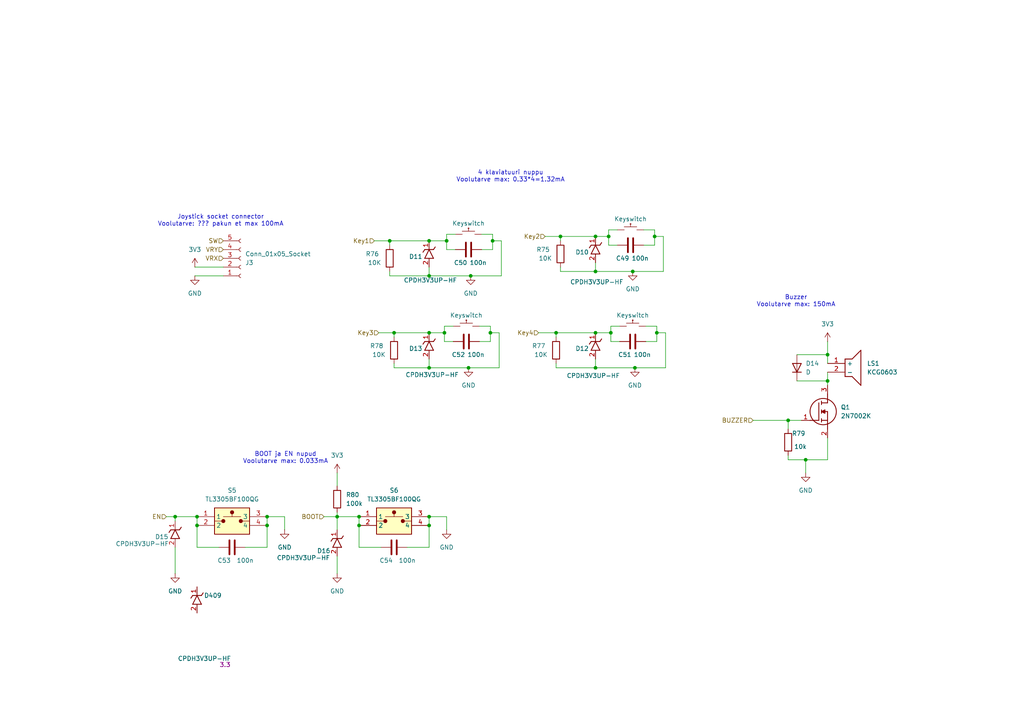
<source format=kicad_sch>
(kicad_sch (version 20250114) (generator "eeschema") (generator_version "9.0")
  (paper "A4")
  (lib_symbols
    (symbol "2N7002K:2N7002K" (pin_names (hide yes))
      (property "Reference" "Q" (at 11.43 3.81 0))
      (property "Value" "2N7002K" (at 11.43 1.27 0))
      (symbol "2N7002K_1_1"
        (polyline (pts (xy 2.54 0) (xy 5.08 0)) (stroke (width 0.254)))
        (polyline (pts (xy 5.08 5.08) (xy 5.08 0)) (stroke (width 0.254)))
        (polyline (pts (xy 5.842 5.588) (xy 5.842 4.572)) (stroke (width 0.254)))
        (polyline (pts (xy 5.842 2.54) (xy 6.858 3.048) (xy 6.858 2.032) (xy 5.842 2.54)) (stroke (width 0.254)) (fill (type outline)))
        (polyline (pts (xy 5.842 2.032) (xy 5.842 3.048)) (stroke (width 0.254)))
        (polyline (pts (xy 5.842 0) (xy 7.62 0)) (stroke (width 0.254)))
        (polyline (pts (xy 5.842 -0.508) (xy 5.842 0.508)) (stroke (width 0.254)))
        (circle (center 6.35 2.54) (radius 3.81) (stroke (width 0.254)))
        (polyline (pts (xy 7.62 5.08) (xy 5.842 5.08)) (stroke (width 0.254)))
        (polyline (pts (xy 7.62 5.08) (xy 7.62 7.62)) (stroke (width 0.254)))
        (polyline (pts (xy 7.62 2.54) (xy 5.842 2.54)) (stroke (width 0.254)))
        (polyline (pts (xy 7.62 2.54) (xy 7.62 -2.54)) (stroke (width 0.254)))
        (pin passive line (at 0 0 0) (length 2.54) (name "G") (number "1"))
        (pin passive line (at 7.62 10.16 270) (length 2.54) (name "D") (number "3"))
        (pin passive line (at 7.62 -5.08 90) (length 2.54) (name "S") (number "2"))
      )
    )
    (symbol "CPDH3V3UP-HF_2" (pin_names (hide yes))
      (property "Reference" "D8" (at 7.62 2.032 90))
      (property "Value" "CPDH3V3UP-HF" (at 20.32 -4.826 90))
      (symbol "CPDH3V3UP-HF_2_1_1"
        (polyline (pts (xy 6.858 1.778) (xy 7.62 1.27)) (stroke (width 0.254)))
        (polyline (pts (xy 7.62 0) (xy 10.16 1.27)) (stroke (width 0.254)))
        (polyline (pts (xy 7.62 -1.27) (xy 7.62 1.27)) (stroke (width 0.254)))
        (polyline (pts (xy 7.62 -1.27) (xy 8.382 -1.778)) (stroke (width 0.254)))
        (polyline (pts (xy 10.16 -1.27) (xy 7.62 0)) (stroke (width 0.254)))
        (polyline (pts (xy 10.16 -1.27) (xy 10.16 1.27)) (stroke (width 0.254)))
        (pin passive line (at 5.08 0 0) (length 2.54) (name "K") (number "1"))
        (pin passive line (at 12.7 0 180) (length 2.54) (name "A") (number "2"))
      )
    )
    (symbol "CPDH3V3UP-HF_6" (pin_names (hide yes))
      (property "Reference" "D15" (at 9.652 -5.842 90))
      (property "Value" "CPDH3V3UP-HF" (at 11.684 -17.272 90))
      (symbol "CPDH3V3UP-HF_6_1_1"
        (polyline (pts (xy 6.858 1.778) (xy 7.62 1.27)) (stroke (width 0.254)))
        (polyline (pts (xy 7.62 0) (xy 10.16 1.27)) (stroke (width 0.254)))
        (polyline (pts (xy 7.62 -1.27) (xy 7.62 1.27)) (stroke (width 0.254)))
        (polyline (pts (xy 7.62 -1.27) (xy 8.382 -1.778)) (stroke (width 0.254)))
        (polyline (pts (xy 10.16 -1.27) (xy 7.62 0)) (stroke (width 0.254)))
        (polyline (pts (xy 10.16 -1.27) (xy 10.16 1.27)) (stroke (width 0.254)))
        (pin passive line (at 5.08 0 0) (length 2.54) (name "K") (number "1"))
        (pin passive line (at 12.7 0 180) (length 2.54) (name "A") (number "2"))
      )
    )
    (symbol "Connector:Conn_01x05_Socket" (pin_names (offset 1.016) (hide yes))
      (property "Reference" "J" (at 0 7.62 0))
      (property "Value" "Conn_01x05_Socket" (at 0 -7.62 0))
      (symbol "Conn_01x05_Socket_1_1"
        (polyline (pts (xy -1.27 5.08) (xy -0.508 5.08)) (stroke (width 0.1524)))
        (polyline (pts (xy -1.27 2.54) (xy -0.508 2.54)) (stroke (width 0.1524)))
        (polyline (pts (xy -1.27 0) (xy -0.508 0)) (stroke (width 0.1524)))
        (polyline (pts (xy -1.27 -2.54) (xy -0.508 -2.54)) (stroke (width 0.1524)))
        (polyline (pts (xy -1.27 -5.08) (xy -0.508 -5.08)) (stroke (width 0.1524)))
        (arc (start 0 4.572) (mid -0.5058 5.08) (end 0 5.588) (stroke (width 0.1524)))
        (arc (start 0 2.032) (mid -0.5058 2.54) (end 0 3.048) (stroke (width 0.1524)))
        (arc (start 0 -0.508) (mid -0.5058 0) (end 0 0.508) (stroke (width 0.1524)))
        (arc (start 0 -3.048) (mid -0.5058 -2.54) (end 0 -2.032) (stroke (width 0.1524)))
        (arc (start 0 -5.588) (mid -0.5058 -5.08) (end 0 -4.572) (stroke (width 0.1524)))
        (pin passive line (at -5.08 5.08 0) (length 3.81) (name "Pin_1") (number "1"))
        (pin passive line (at -5.08 2.54 0) (length 3.81) (name "Pin_2") (number "2"))
        (pin passive line (at -5.08 0 0) (length 3.81) (name "Pin_3") (number "3"))
        (pin passive line (at -5.08 -2.54 0) (length 3.81) (name "Pin_4") (number "4"))
        (pin passive line (at -5.08 -5.08 0) (length 3.81) (name "Pin_5") (number "5"))
      )
    )
    (symbol "Device:C" (pin_numbers (hide yes)) (pin_names (offset 0.254))
      (property "Reference" "C" (at 0.635 2.54 0))
      (property "Value" "C" (at 0.635 -2.54 0))
      (symbol "C_0_1"
        (polyline (pts (xy -2.032 0.762) (xy 2.032 0.762)) (stroke (width 0.508)))
        (polyline (pts (xy -2.032 -0.762) (xy 2.032 -0.762)) (stroke (width 0.508)))
      )
      (symbol "C_1_1"
        (pin passive line (at 0 3.81 270) (length 2.794) (name "~") (number "1"))
        (pin passive line (at 0 -3.81 90) (length 2.794) (name "~") (number "2"))
      )
    )
    (symbol "Device:D" (pin_numbers (hide yes)) (pin_names (offset 1.016) (hide yes))
      (property "Reference" "D" (at 0 2.54 0))
      (property "Value" "D" (at 0 -2.54 0))
      (symbol "D_0_1"
        (polyline (pts (xy -1.27 1.27) (xy -1.27 -1.27)) (stroke (width 0.254)))
        (polyline (pts (xy 1.27 1.27) (xy 1.27 -1.27) (xy -1.27 0) (xy 1.27 1.27)) (stroke (width 0.254)))
        (polyline (pts (xy 1.27 0) (xy -1.27 0)))
      )
      (symbol "D_1_1"
        (pin passive line (at -3.81 0 0) (length 2.54) (name "K") (number "1"))
        (pin passive line (at 3.81 0 180) (length 2.54) (name "A") (number "2"))
      )
    )
    (symbol "Device:R" (pin_numbers (hide yes)) (pin_names (offset 0))
      (property "Reference" "R" (at 2.032 0 90))
      (property "Value" "R" (at 0 0 90))
      (symbol "R_0_1"
        (rectangle (start -1.016 -2.54) (end 1.016 2.54) (stroke (width 0.254)))
      )
      (symbol "R_1_1"
        (pin passive line (at 0 3.81 270) (length 1.27) (name "~") (number "1"))
        (pin passive line (at 0 -3.81 90) (length 1.27) (name "~") (number "2"))
      )
    )
    (symbol "KCG0603:KCG0603"
      (property "Reference" "LS1" (at 11.43 0.0001 0))
      (property "Value" "KCG0603" (at 11.43 -2.5399 0))
      (symbol "KCG0603_1_1"
        (polyline (pts (xy 5.08 1.27) (xy 5.08 -3.81)) (stroke (width 0.254)))
        (polyline (pts (xy 5.08 1.27) (xy 7.112 1.27)) (stroke (width 0.254)))
        (polyline (pts (xy 7.112 -3.81) (xy 5.08 -3.81)) (stroke (width 0.254)))
        (polyline (pts (xy 7.112 -3.81) (xy 9.652 -6.35)) (stroke (width 0.254)))
        (polyline (pts (xy 9.652 3.81) (xy 7.112 1.27)) (stroke (width 0.254)))
        (polyline (pts (xy 9.652 3.81) (xy 9.652 -6.35)) (stroke (width 0.254)))
        (pin bidirectional line (at 0 0 0) (length 5.08) (name "+") (number "1"))
        (pin bidirectional line (at 0 -2.54 0) (length 5.08) (name "-") (number "2"))
      )
    )
    (symbol "Placeholder_Keyswitch_1" (pin_numbers (hide yes)) (pin_names (offset 1.016) (hide yes))
      (property "Value" "Keyswitch" (at 0 3.175 0))
      (symbol "Placeholder_Keyswitch_1_0_1"
        (polyline (pts (xy -1.8428 0.8855) (xy 1.8178 0.8855)))
        (circle (center 0.0045 1.7198) (radius 0.0761))
      )
      (symbol "Placeholder_Keyswitch_1_1_1"
        (polyline (pts (xy -0.0039 0.9026) (xy -0.0039 1.7028)))
        (pin passive line (at -3.81 0 0) (length 2) (name "") (number "1"))
        (pin passive line (at 3.81 0 180) (length 2) (name "") (number "2"))
      )
    )
    (symbol "Placeholder_Keyswitch_2" (pin_numbers (hide yes)) (pin_names (offset 1.016) (hide yes))
      (property "Value" "Keyswitch" (at 0 3.175 0))
      (symbol "Placeholder_Keyswitch_2_0_1"
        (polyline (pts (xy -1.8428 0.8855) (xy 1.8178 0.8855)))
        (circle (center 0.0045 1.7198) (radius 0.0761))
      )
      (symbol "Placeholder_Keyswitch_2_1_1"
        (polyline (pts (xy -0.0039 0.9026) (xy -0.0039 1.7028)))
        (pin passive line (at -3.81 0 0) (length 2) (name "") (number "1"))
        (pin passive line (at 3.81 0 180) (length 2) (name "") (number "2"))
      )
    )
    (symbol "Placeholder_Keyswitch_4" (pin_numbers (hide yes)) (pin_names (offset 1.016) (hide yes))
      (property "Value" "Keyswitch" (at 0 3.175 0))
      (symbol "Placeholder_Keyswitch_4_0_1"
        (polyline (pts (xy -1.8428 0.8855) (xy 1.8178 0.8855)))
        (circle (center 0.0045 1.7198) (radius 0.0761))
      )
      (symbol "Placeholder_Keyswitch_4_1_1"
        (polyline (pts (xy -0.0039 0.9026) (xy -0.0039 1.7028)))
        (pin passive line (at -3.81 0 0) (length 2) (name "") (number "1"))
        (pin passive line (at 3.81 0 180) (length 2) (name "") (number "2"))
      )
    )
    (symbol "Placeholder_Keyswitch_5" (pin_numbers (hide yes)) (pin_names (offset 1.016) (hide yes))
      (property "Value" "Keyswitch" (at 0 3.175 0))
      (symbol "Placeholder_Keyswitch_5_0_1"
        (polyline (pts (xy -1.8428 0.8855) (xy 1.8178 0.8855)))
        (circle (center 0.0045 1.7198) (radius 0.0761))
      )
      (symbol "Placeholder_Keyswitch_5_1_1"
        (polyline (pts (xy -0.0039 0.9026) (xy -0.0039 1.7028)))
        (pin passive line (at -3.81 0 0) (length 2) (name "") (number "1"))
        (pin passive line (at 3.81 0 180) (length 2) (name "") (number "2"))
      )
    )
    (symbol "TL3305BF100QG_1"
      (property "Reference" "S1" (at 10.16 7.62 0))
      (property "Value" "TL3305BF100QG" (at 10.16 5.08 0))
      (symbol "TL3305BF100QG_1_0_1"
        (polyline (pts (xy 5.08 -1.27) (xy 7.62 -1.27)))
        (polyline (pts (xy 7.62 0) (xy 12.7 0)))
        (polyline (pts (xy 10.16 0) (xy 10.16 1.27)))
        (polyline (pts (xy 15.24 -1.27) (xy 12.7 -1.27)))
      )
      (symbol "TL3305BF100QG_1_1_1"
        (rectangle (start 5.08 2.54) (end 15.24 -5.08) (stroke (width 0.254)) (fill (type background)))
        (circle (center 7.62 -1.27) (radius 0.5) (fill (type outline)))
        (circle (center 10.16 1.27) (radius 0.5) (fill (type outline)))
        (circle (center 12.7 -1.27) (radius 0.5) (fill (type outline)))
        (pin bidirectional line (at 0 0 0) (length 5.08) (name "1") (number "1"))
        (pin bidirectional line (at 0 -2.54 0) (length 5.08) (name "2") (number "2"))
        (pin bidirectional line (at 20.32 0 180) (length 5.08) (name "3") (number "3"))
        (pin bidirectional line (at 20.32 -2.54 180) (length 5.08) (name "4") (number "4"))
      )
    )
    (symbol "TL3305BF100QG_2"
      (property "Reference" "S8" (at 10.16 7.62 0))
      (property "Value" "TL3305BF100QG" (at 10.16 5.08 0))
      (symbol "TL3305BF100QG_2_0_1"
        (polyline (pts (xy 5.08 -1.27) (xy 7.62 -1.27)))
        (polyline (pts (xy 7.62 0) (xy 12.7 0)))
        (polyline (pts (xy 10.16 0) (xy 10.16 1.27)))
        (polyline (pts (xy 15.24 -1.27) (xy 12.7 -1.27)))
      )
      (symbol "TL3305BF100QG_2_1_1"
        (rectangle (start 5.08 2.54) (end 15.24 -5.08) (stroke (width 0.254)) (fill (type background)))
        (circle (center 7.62 -1.27) (radius 0.5) (fill (type outline)))
        (circle (center 10.16 1.27) (radius 0.5) (fill (type outline)))
        (circle (center 12.7 -1.27) (radius 0.5) (fill (type outline)))
        (pin bidirectional line (at 0 0 0) (length 5.08) (name "1") (number "1"))
        (pin bidirectional line (at 0 -2.54 0) (length 5.08) (name "2") (number "2"))
        (pin bidirectional line (at 20.32 0 180) (length 5.08) (name "3") (number "3"))
        (pin bidirectional line (at 20.32 -2.54 180) (length 5.08) (name "4") (number "4"))
      )
    )
    (symbol "power:GND" (power) (pin_numbers (hide yes)) (pin_names (offset 0) (hide yes))
      (property "Value" "GND" (at 0 -3.81 0))
      (symbol "GND_0_1"
        (polyline (pts (xy 0 0) (xy 0 -1.27) (xy 1.27 -1.27) (xy 0 -2.54) (xy -1.27 -1.27) (xy 0 -1.27)))
      )
      (symbol "GND_1_1"
        (pin power_in line (at 0 0 270) (length 0) (name "~") (number "1"))
      )
    )
    (symbol "power:VCC" (power) (pin_numbers (hide yes)) (pin_names (offset 0) (hide yes))
      (property "Value" "VCC" (at 0 3.556 0))
      (symbol "VCC_0_1"
        (polyline (pts (xy -0.762 1.27) (xy 0 2.54)))
        (polyline (pts (xy 0 2.54) (xy 0.762 1.27)))
        (polyline (pts (xy 0 0) (xy 0 2.54)))
      )
      (symbol "VCC_1_1"
        (pin power_in line (at 0 0 90) (length 0) (name "~") (number "1"))
      )
    )
  )
  (text "Buzzer\nVoolutarve max: 150mA" (at 230.886 87.376 0) (effects (font (size 1.27 1.27))))
  (text "4 klaviatuuri nuppu\nVoolutarve max: 0.33*4=1.32mA" (at 148.082 51.181 0) (effects (font (size 1.27 1.27))))
  (text "Joystick socket connector\nVoolutarve: ??? pakun et max 100mA" (at 64.008 64.008 0) (effects (font (size 1.27 1.27))))
  (text "BOOT ja EN nupud\nVoolutarve max: 0.033mA" (at 82.804 132.842 0) (effects (font (size 1.27 1.27))))
  (junction (at 124.46 152.4))
  (junction (at 161.29 96.52))
  (junction (at 128.905 96.52))
  (junction (at 162.56 68.58))
  (junction (at 97.79 149.86))
  (junction (at 172.72 68.58))
  (junction (at 104.14 149.86))
  (junction (at 124.46 80.01))
  (junction (at 129.54 69.85))
  (junction (at 124.46 106.68))
  (junction (at 189.865 68.58))
  (junction (at 183.515 78.74))
  (junction (at 113.03 69.85))
  (junction (at 240.03 102.87))
  (junction (at 172.72 106.68))
  (junction (at 124.46 96.52))
  (junction (at 142.875 69.85))
  (junction (at 57.15 149.86))
  (junction (at 142.24 96.52))
  (junction (at 77.47 152.4))
  (junction (at 172.72 96.52))
  (junction (at 177.165 96.52))
  (junction (at 233.68 133.35))
  (junction (at 184.15 106.68))
  (junction (at 228.6 121.92))
  (junction (at 124.46 69.85))
  (junction (at 114.3 96.52))
  (junction (at 172.72 78.74))
  (junction (at 124.46 149.86))
  (junction (at 190.5 96.52))
  (junction (at 135.89 106.68))
  (junction (at 136.525 80.01))
  (junction (at 77.47 149.86))
  (junction (at 176.53 68.58))
  (junction (at 50.8 149.86))
  (junction (at 104.14 152.4))
  (junction (at 240.03 110.49))
  (junction (at 57.15 152.4))
  (wire (pts (xy 189.865 68.58) (xy 192.405 68.58)))
  (wire (pts (xy 124.46 77.47) (xy 124.46 80.01)))
  (wire (pts (xy 56.515 77.47) (xy 64.77 77.47)))
  (wire (pts (xy 142.24 96.52) (xy 144.78 96.52)))
  (wire (pts (xy 56.515 80.01) (xy 64.77 80.01)))
  (wire (pts (xy 218.44 121.92) (xy 228.6 121.92)))
  (wire (pts (xy 190.5 99.06) (xy 187.325 99.06)))
  (wire (pts (xy 162.56 77.47) (xy 162.56 78.74)))
  (wire (pts (xy 240.03 110.49) (xy 240.03 111.76)))
  (wire (pts (xy 176.53 68.58) (xy 176.53 66.675)))
  (wire (pts (xy 48.26 149.86) (xy 50.8 149.86)))
  (wire (pts (xy 176.53 71.12) (xy 179.07 71.12)))
  (wire (pts (xy 158.115 68.58) (xy 162.56 68.58)))
  (wire (pts (xy 142.875 72.39) (xy 139.7 72.39)))
  (wire (pts (xy 129.54 153.67) (xy 129.54 149.86)))
  (wire (pts (xy 50.8 158.75) (xy 50.8 166.37)))
  (wire (pts (xy 142.875 69.85) (xy 142.875 72.39)))
  (wire (pts (xy 109.855 96.52) (xy 114.3 96.52)))
  (wire (pts (xy 139.065 94.615) (xy 142.24 94.615)))
  (wire (pts (xy 172.72 104.14) (xy 172.72 106.68)))
  (wire (pts (xy 139.7 67.945) (xy 142.875 67.945)))
  (wire (pts (xy 145.415 69.85) (xy 145.415 80.01)))
  (wire (pts (xy 233.68 137.16) (xy 233.68 133.35)))
  (wire (pts (xy 113.03 80.01) (xy 124.46 80.01)))
  (wire (pts (xy 162.56 78.74) (xy 172.72 78.74)))
  (wire (pts (xy 114.3 105.41) (xy 114.3 106.68)))
  (wire (pts (xy 190.5 94.615) (xy 190.5 96.52)))
  (wire (pts (xy 113.03 69.85) (xy 124.46 69.85)))
  (wire (pts (xy 129.54 67.945) (xy 132.08 67.945)))
  (wire (pts (xy 129.54 72.39) (xy 132.08 72.39)))
  (wire (pts (xy 161.29 96.52) (xy 172.72 96.52)))
  (wire (pts (xy 128.905 96.52) (xy 128.905 94.615)))
  (wire (pts (xy 77.47 152.4) (xy 77.47 149.86)))
  (wire (pts (xy 50.8 149.86) (xy 57.15 149.86)))
  (wire (pts (xy 136.525 80.01) (xy 145.415 80.01)))
  (wire (pts (xy 113.03 69.85) (xy 113.03 71.12)))
  (wire (pts (xy 124.46 106.68) (xy 135.89 106.68)))
  (wire (pts (xy 177.165 96.52) (xy 177.165 99.06)))
  (wire (pts (xy 228.6 121.92) (xy 232.41 121.92)))
  (wire (pts (xy 128.905 96.52) (xy 128.905 99.06)))
  (wire (pts (xy 104.14 152.4) (xy 104.14 158.75)))
  (wire (pts (xy 172.72 76.2) (xy 172.72 78.74)))
  (wire (pts (xy 161.29 96.52) (xy 161.29 97.79)))
  (wire (pts (xy 177.165 96.52) (xy 177.165 94.615)))
  (wire (pts (xy 124.46 80.01) (xy 136.525 80.01)))
  (wire (pts (xy 189.865 68.58) (xy 189.865 71.12)))
  (wire (pts (xy 162.56 68.58) (xy 162.56 69.85)))
  (wire (pts (xy 124.46 96.52) (xy 128.905 96.52)))
  (wire (pts (xy 192.405 68.58) (xy 192.405 78.74)))
  (wire (pts (xy 50.8 149.86) (xy 50.8 151.13)))
  (wire (pts (xy 228.6 121.92) (xy 228.6 124.46)))
  (wire (pts (xy 77.47 158.75) (xy 77.47 152.4)))
  (wire (pts (xy 177.165 94.615) (xy 179.705 94.615)))
  (wire (pts (xy 57.15 152.4) (xy 57.15 158.75)))
  (wire (pts (xy 186.69 66.675) (xy 189.865 66.675)))
  (wire (pts (xy 190.5 96.52) (xy 193.04 96.52)))
  (wire (pts (xy 187.325 94.615) (xy 190.5 94.615)))
  (wire (pts (xy 240.03 99.06) (xy 240.03 102.87)))
  (wire (pts (xy 97.79 149.86) (xy 97.79 153.67)))
  (wire (pts (xy 142.24 94.615) (xy 142.24 96.52)))
  (wire (pts (xy 104.14 158.75) (xy 110.49 158.75)))
  (wire (pts (xy 57.15 158.75) (xy 63.5 158.75)))
  (wire (pts (xy 129.54 69.85) (xy 129.54 72.39)))
  (wire (pts (xy 172.72 68.58) (xy 176.53 68.58)))
  (wire (pts (xy 228.6 133.35) (xy 233.68 133.35)))
  (wire (pts (xy 118.11 158.75) (xy 124.46 158.75)))
  (wire (pts (xy 142.875 67.945) (xy 142.875 69.85)))
  (wire (pts (xy 114.3 96.52) (xy 124.46 96.52)))
  (wire (pts (xy 97.79 161.29) (xy 97.79 166.37)))
  (wire (pts (xy 156.21 96.52) (xy 161.29 96.52)))
  (wire (pts (xy 135.89 106.68) (xy 144.78 106.68)))
  (wire (pts (xy 77.47 149.86) (xy 82.55 149.86)))
  (wire (pts (xy 172.72 78.74) (xy 183.515 78.74)))
  (wire (pts (xy 124.46 69.85) (xy 129.54 69.85)))
  (wire (pts (xy 240.03 107.95) (xy 240.03 110.49)))
  (wire (pts (xy 172.72 106.68) (xy 184.15 106.68)))
  (wire (pts (xy 97.79 137.16) (xy 97.79 140.97)))
  (wire (pts (xy 193.04 96.52) (xy 193.04 106.68)))
  (wire (pts (xy 176.53 68.58) (xy 176.53 71.12)))
  (wire (pts (xy 57.15 149.86) (xy 57.15 152.4)))
  (wire (pts (xy 231.14 110.49) (xy 240.03 110.49)))
  (wire (pts (xy 97.79 148.59) (xy 97.79 149.86)))
  (wire (pts (xy 128.905 99.06) (xy 131.445 99.06)))
  (wire (pts (xy 124.46 152.4) (xy 124.46 158.75)))
  (wire (pts (xy 129.54 149.86) (xy 124.46 149.86)))
  (wire (pts (xy 97.79 149.86) (xy 104.14 149.86)))
  (wire (pts (xy 172.72 96.52) (xy 177.165 96.52)))
  (wire (pts (xy 113.03 78.74) (xy 113.03 80.01)))
  (wire (pts (xy 144.78 96.52) (xy 144.78 106.68)))
  (wire (pts (xy 233.68 133.35) (xy 240.03 133.35)))
  (wire (pts (xy 104.14 149.86) (xy 104.14 152.4)))
  (wire (pts (xy 142.24 99.06) (xy 139.065 99.06)))
  (wire (pts (xy 228.6 132.08) (xy 228.6 133.35)))
  (wire (pts (xy 108.585 69.85) (xy 113.03 69.85)))
  (wire (pts (xy 161.29 105.41) (xy 161.29 106.68)))
  (wire (pts (xy 231.14 102.87) (xy 240.03 102.87)))
  (wire (pts (xy 240.03 133.35) (xy 240.03 127)))
  (wire (pts (xy 82.55 149.86) (xy 82.55 153.67)))
  (wire (pts (xy 183.515 78.74) (xy 192.405 78.74)))
  (wire (pts (xy 161.29 106.68) (xy 172.72 106.68)))
  (wire (pts (xy 184.15 106.68) (xy 193.04 106.68)))
  (wire (pts (xy 128.905 94.615) (xy 131.445 94.615)))
  (wire (pts (xy 190.5 96.52) (xy 190.5 99.06)))
  (wire (pts (xy 124.46 104.14) (xy 124.46 106.68)))
  (wire (pts (xy 93.98 149.86) (xy 97.79 149.86)))
  (wire (pts (xy 71.12 158.75) (xy 77.47 158.75)))
  (wire (pts (xy 142.875 69.85) (xy 145.415 69.85)))
  (wire (pts (xy 162.56 68.58) (xy 172.72 68.58)))
  (wire (pts (xy 114.3 96.52) (xy 114.3 97.79)))
  (wire (pts (xy 177.165 99.06) (xy 179.705 99.06)))
  (wire (pts (xy 114.3 106.68) (xy 124.46 106.68)))
  (wire (pts (xy 129.54 69.85) (xy 129.54 67.945)))
  (wire (pts (xy 240.03 102.87) (xy 240.03 105.41)))
  (wire (pts (xy 142.24 96.52) (xy 142.24 99.06)))
  (wire (pts (xy 189.865 71.12) (xy 186.69 71.12)))
  (wire (pts (xy 189.865 66.675) (xy 189.865 68.58)))
  (wire (pts (xy 124.46 149.86) (xy 124.46 152.4)))
  (wire (pts (xy 176.53 66.675) (xy 179.07 66.675)))
  (hierarchical_label "SW" (shape input) (at 64.77 69.85 180))
  (hierarchical_label "BOOT" (shape input) (at 93.98 149.86 180))
  (hierarchical_label "Key3" (shape input) (at 109.855 96.52 180))
  (hierarchical_label "Key4" (shape input) (at 156.21 96.52 180))
  (hierarchical_label "Key2" (shape input) (at 158.115 68.58 180))
  (hierarchical_label "VRX" (shape input) (at 64.77 74.93 180))
  (hierarchical_label "VRY" (shape input) (at 64.77 72.39 180))
  (hierarchical_label "BUZZER" (shape input) (at 218.44 121.92 180))
  (hierarchical_label "Key1" (shape input) (at 108.585 69.85 180))
  (hierarchical_label "EN" (shape input) (at 48.26 149.86 180))
  (symbol (lib_id "power:GND") (at 184.15 106.68 0) (unit 1)
    (property "Reference" "#PWR0138" (effects (hide yes)))
    (property "Value" "GND" (at 184.15 111.76 0))
    (property "Description" "Power symbol creates a global label with name \"GND\" , ground" (effects (hide yes)))
  )
  (symbol (lib_name "Placeholder_Keyswitch_1") (lib_id "ScottoKeebs:Placeholder_Keyswitch") (at 135.255 94.615 0) (unit 1)
    (property "Reference" "S4" (effects (hide yes)))
    (property "Value" "Keyswitch" (at 135.255 91.44 0))
    (property "Footprint" "Button_Switch_Keyboard:SW_Cherry_MX_1.00u_PCB" (effects (hide yes)))
    (property "Description" "Push button switch, normally open, two pins, 45° tilted" (effects (hide yes)))
  )
  (symbol (lib_name "CPDH3V3UP-HF_6") (lib_id "CPDH3V3UP-HF:CPDH3V3UP-HF") (at 97.79 148.59 270) (unit 1)
    (property "Reference" "D16" (at 91.948 159.766 90) (effects (justify left)))
    (property "Value" "CPDH3V3UP-HF" (at 80.264 161.798 90) (effects (justify left)))
    (property "Footprint" "Diode_SMD:D_SOD-523" (effects (hide yes)))
    (property "Datasheet" "https://datasheet.datasheetarchive.com/originals/distributors/Datasheets-DGA26/1842371.pdf" (effects (hide yes)))
    (property "Description" "ESD Suppressors / TVS Diodes 5.5V, 15Kv" (effects (hide yes)))
    (property "Height" "0.77" (effects (hide yes)))
    (property "Mouser Part Number" "750-CPDH3V3UP-HF" (effects (hide yes)))
    (property "Mouser Price/Stock" "https://www.mouser.co.uk/ProductDetail/Comchip-Technology/CPDH3V3UP-HF?qs=XEIV%2Fho1H6em2DT135enQw%3D%3D" (effects (hide yes)))
    (property "Manufacturer_Name" "Comchip Technology" (effects (hide yes)))
    (property "Manufacturer_Part_Number" "CPDH3V3UP-HF" (effects (hide yes)))
  )
  (symbol (lib_id "Connector:Conn_01x05_Socket") (at 69.85 74.93 0) (mirror x) (unit 1)
    (property "Reference" "J3" (at 71.12 76.2001 0) (effects (justify left)))
    (property "Value" "Conn_01x05_Socket" (at 71.12 73.6601 0) (effects (justify left)))
    (property "Footprint" "Connector_PinSocket_2.54mm:PinSocket_1x05_P2.54mm_Horizontal" (effects (hide yes)))
    (property "Description" "Generic connector, single row, 01x05, script generated" (effects (hide yes)))
  )
  (symbol (lib_name "CPDH3V3UP-HF_6") (lib_id "CPDH3V3UP-HF:CPDH3V3UP-HF") (at 124.46 64.77 270) (unit 1)
    (property "Reference" "D11" (at 118.618 74.422 90) (effects (justify left)))
    (property "Value" "CPDH3V3UP-HF" (at 117.094 81.28 90) (effects (justify left)))
    (property "Footprint" "Diode_SMD:D_SOD-523" (effects (hide yes)))
    (property "Datasheet" "https://datasheet.datasheetarchive.com/originals/distributors/Datasheets-DGA26/1842371.pdf" (effects (hide yes)))
    (property "Description" "ESD Suppressors / TVS Diodes 5.5V, 15Kv" (effects (hide yes)))
    (property "Height" "0.77" (effects (hide yes)))
    (property "Mouser Part Number" "750-CPDH3V3UP-HF" (effects (hide yes)))
    (property "Mouser Price/Stock" "https://www.mouser.co.uk/ProductDetail/Comchip-Technology/CPDH3V3UP-HF?qs=XEIV%2Fho1H6em2DT135enQw%3D%3D" (effects (hide yes)))
    (property "Manufacturer_Name" "Comchip Technology" (effects (hide yes)))
    (property "Manufacturer_Part_Number" "CPDH3V3UP-HF" (effects (hide yes)))
  )
  (symbol (lib_id "power:GND") (at 97.79 166.37 0) (unit 1)
    (property "Reference" "#PWR0139" (effects (hide yes)))
    (property "Value" "GND" (at 97.79 171.45 0))
    (property "Description" "Power symbol creates a global label with name \"GND\" , ground" (effects (hide yes)))
  )
  (symbol (lib_id "power:GND") (at 136.525 80.01 0) (unit 1)
    (property "Reference" "#PWR0142" (effects (hide yes)))
    (property "Value" "GND" (at 136.525 85.09 0))
    (property "Description" "Power symbol creates a global label with name \"GND\" , ground" (effects (hide yes)))
  )
  (symbol (lib_id "Device:C") (at 182.88 71.12 90) (unit 1)
    (property "Reference" "C49" (at 180.594 74.93 90))
    (property "Value" "100n" (at 185.674 74.93 90))
    (property "Footprint" "Capacitor_SMD:C_0603_1608Metric_Pad1.08x0.95mm_HandSolder" (effects (hide yes)))
    (property "Description" "Unpolarized capacitor" (effects (hide yes)))
  )
  (symbol (lib_name "CPDH3V3UP-HF_6") (lib_id "CPDH3V3UP-HF:CPDH3V3UP-HF") (at 124.46 91.44 270) (unit 1)
    (property "Reference" "D13" (at 118.618 101.092 90) (effects (justify left)))
    (property "Value" "CPDH3V3UP-HF" (at 117.602 108.712 90) (effects (justify left)))
    (property "Footprint" "Diode_SMD:D_SOD-523" (effects (hide yes)))
    (property "Datasheet" "https://datasheet.datasheetarchive.com/originals/distributors/Datasheets-DGA26/1842371.pdf" (effects (hide yes)))
    (property "Description" "ESD Suppressors / TVS Diodes 5.5V, 15Kv" (effects (hide yes)))
    (property "Height" "0.77" (effects (hide yes)))
    (property "Mouser Part Number" "750-CPDH3V3UP-HF" (effects (hide yes)))
    (property "Mouser Price/Stock" "https://www.mouser.co.uk/ProductDetail/Comchip-Technology/CPDH3V3UP-HF?qs=XEIV%2Fho1H6em2DT135enQw%3D%3D" (effects (hide yes)))
    (property "Manufacturer_Name" "Comchip Technology" (effects (hide yes)))
    (property "Manufacturer_Part_Number" "CPDH3V3UP-HF" (effects (hide yes)))
  )
  (symbol (lib_id "Device:R") (at 113.03 74.93 0) (unit 1)
    (property "Reference" "R76" (at 106.045 73.66 0) (effects (justify left)))
    (property "Value" "10K" (at 106.68 76.2 0) (effects (justify left)))
    (property "Footprint" "Resistor_SMD:R_0603_1608Metric_Pad0.98x0.95mm_HandSolder" (effects (hide yes)))
    (property "Description" "Resistor" (effects (hide yes)))
  )
  (symbol (lib_id "power:VCC") (at 97.79 137.16 0) (unit 1)
    (property "Reference" "#PWR0132" (effects (hide yes)))
    (property "Value" "3V3" (at 97.79 132.08 0))
    (property "Description" "Power symbol creates a global label with name \"VCC\"" (effects (hide yes)))
  )
  (symbol (lib_id "Device:R") (at 97.79 144.78 0) (unit 1)
    (property "Reference" "R80" (at 100.33 143.5099 0) (effects (justify left)))
    (property "Value" "100k" (at 100.33 146.0499 0) (effects (justify left)))
    (property "Footprint" "Resistor_SMD:R_0603_1608Metric_Pad0.98x0.95mm_HandSolder" (effects (hide yes)))
    (property "Description" "Resistor" (effects (hide yes)))
  )
  (symbol (lib_id "Device:C") (at 114.3 158.75 90) (unit 1)
    (property "Reference" "C54" (at 112.014 162.56 90))
    (property "Value" "100n" (at 118.11 162.56 90))
    (property "Footprint" "Capacitor_SMD:C_0603_1608Metric_Pad1.08x0.95mm_HandSolder" (effects (hide yes)))
    (property "Description" "Unpolarized capacitor" (effects (hide yes)))
  )
  (symbol (lib_id "Device:C") (at 135.255 99.06 90) (unit 1)
    (property "Reference" "C52" (at 132.969 102.87 90))
    (property "Value" "100n" (at 138.049 102.87 90))
    (property "Footprint" "Capacitor_SMD:C_0603_1608Metric_Pad1.08x0.95mm_HandSolder" (effects (hide yes)))
    (property "Description" "Unpolarized capacitor" (effects (hide yes)))
  )
  (symbol (lib_id "2N7002K:2N7002K") (at 232.41 121.92 0) (unit 1)
    (property "Reference" "Q1" (at 243.84 118.1099 0) (effects (justify left)))
    (property "Value" "2N7002K" (at 243.84 120.6499 0) (effects (justify left)))
    (property "Footprint" "SOT95P240X120-3N:SOT95P240X120-3N" (effects (hide yes)))
    (property "Datasheet" "https://www.onsemi.com/pub/Collateral/2N7002K-FSC-D.PDF" (effects (hide yes)))
    (property "Description" "Low RDS(on); Surface Mount Package; This is a Pb-Free Device; ESD Protected; RoHS Compliant" (effects (hide yes)))
    (property "Height" "1.2" (effects (hide yes)))
    (property "Mouser Part Number" "512-2N7002K" (effects (hide yes)))
    (property "Mouser Price/Stock" "https://www.mouser.co.uk/ProductDetail/onsemi-Fairchild/2N7002K?qs=iS%252BvaFGfLorx0keKeEIrfg%3D%3D" (effects (hide yes)))
    (property "Manufacturer_Name" "onsemi" (effects (hide yes)))
    (property "Manufacturer_Part_Number" "2N7002K" (effects (hide yes)))
  )
  (symbol (lib_id "power:GND") (at 82.55 153.67 0) (unit 1)
    (property "Reference" "#PWR0129" (effects (hide yes)))
    (property "Value" "GND" (at 82.55 158.75 0))
    (property "Description" "Power symbol creates a global label with name \"GND\" , ground" (effects (hide yes)))
  )
  (symbol (lib_id "power:VCC") (at 240.03 99.06 0) (unit 1)
    (property "Reference" "#PWR0133" (effects (hide yes)))
    (property "Value" "3V3" (at 240.03 93.98 0))
    (property "Description" "Power symbol creates a global label with name \"VCC\"" (effects (hide yes)))
  )
  (symbol (lib_name "Placeholder_Keyswitch_2") (lib_id "ScottoKeebs:Placeholder_Keyswitch") (at 183.515 94.615 0) (unit 1)
    (property "Reference" "S3" (effects (hide yes)))
    (property "Value" "Keyswitch" (at 183.515 91.44 0))
    (property "Footprint" "Button_Switch_Keyboard:SW_Cherry_MX_1.00u_PCB" (effects (hide yes)))
    (property "Description" "Push button switch, normally open, two pins, 45° tilted" (effects (hide yes)))
  )
  (symbol (lib_name "TL3305BF100QG_1") (lib_id "TL3305BF100QG:TL3305BF100QG") (at 57.15 149.86 0) (unit 1)
    (property "Reference" "S5" (at 67.31 142.24 0))
    (property "Value" "TL3305BF100QG" (at 67.31 144.78 0))
    (property "Footprint" "TL3305BF160QG:TL3305BF160QG" (effects (hide yes)))
    (property "Datasheet" "https://configured-product-images.s3.amazonaws.com/2D/specs/TL3305BF100QG.pdf" (effects (hide yes)))
    (property "Description" "TACT, 50mA, 12VDC SPST-NO, Off-(On) Surface Mount" (effects (hide yes)))
    (property "Mouser Part Number" "612-TL3305BF100QG" (effects (hide yes)))
    (property "Mouser Price/Stock" "https://www.mouser.co.uk/ProductDetail/E-Switch/TL3305BF100QG?qs=IKkN%2F947nfDIPwqPQja%252BvQ%3D%3D" (effects (hide yes)))
    (property "Manufacturer_Name" "E-Switch" (effects (hide yes)))
    (property "Manufacturer_Part_Number" "TL3305BF100QG" (effects (hide yes)))
  )
  (symbol (lib_name "CPDH3V3UP-HF_2") (lib_id "CPDH3V3UP-HF:CPDH3V3UP-HF") (at 57.15 165.1 270) (unit 1)
    (property "Reference" "D409" (at 59.182 172.72 90) (effects (justify left)))
    (property "Value" "CPDH3V3UP-HF" (at 51.562 191.008 90) (effects (justify left)))
    (property "Footprint" "Diode_SMD:D_SOD-523" (effects (hide yes)))
    (property "Datasheet" "https://datasheet.datasheetarchive.com/originals/distributors/Datasheets-DGA26/1842371.pdf" (effects (hide yes)))
    (property "Description" "ESD Suppressors / TVS Diodes 5.5V, 15Kv" (effects (hide yes)))
    (property "Height" "0.77" (effects (hide yes)))
    (property "Mouser Part Number" "750-CPDH3V3UP-HF" (effects (hide yes)))
    (property "Mouser Price/Stock" "https://www.mouser.co.uk/ProductDetail/Comchip-Technology/CPDH3V3UP-HF?qs=XEIV%2Fho1H6em2DT135enQw%3D%3D" (effects (hide yes)))
    (property "Manufacturer_Name" "Comchip Technology" (effects (hide yes)))
    (property "Manufacturer_Part_Number" "CPDH3V3UP-HF" (effects (hide yes)))
    (property "Voltage" "3.3" (at 65.278 192.786 90))
  )
  (symbol (lib_id "power:VCC") (at 56.515 77.47 0) (unit 1)
    (property "Reference" "#PWR0131" (effects (hide yes)))
    (property "Value" "3V3" (at 56.515 72.39 0))
    (property "Description" "Power symbol creates a global label with name \"VCC\"" (effects (hide yes)))
  )
  (symbol (lib_id "power:GND") (at 233.68 137.16 0) (unit 1)
    (property "Reference" "#PWR0134" (effects (hide yes)))
    (property "Value" "GND" (at 233.68 142.24 0))
    (property "Description" "Power symbol creates a global label with name \"GND\" , ground" (effects (hide yes)))
  )
  (symbol (lib_id "Device:C") (at 183.515 99.06 90) (unit 1)
    (property "Reference" "C51" (at 181.229 102.87 90))
    (property "Value" "100n" (at 186.309 102.87 90))
    (property "Footprint" "Capacitor_SMD:C_0603_1608Metric_Pad1.08x0.95mm_HandSolder" (effects (hide yes)))
    (property "Description" "Unpolarized capacitor" (effects (hide yes)))
  )
  (symbol (lib_name "CPDH3V3UP-HF_6") (lib_id "CPDH3V3UP-HF:CPDH3V3UP-HF") (at 172.72 63.5 270) (unit 1)
    (property "Reference" "D10" (at 166.878 73.152 90) (effects (justify left)))
    (property "Value" "CPDH3V3UP-HF" (at 165.354 81.788 90) (effects (justify left)))
    (property "Footprint" "Diode_SMD:D_SOD-523" (effects (hide yes)))
    (property "Datasheet" "https://datasheet.datasheetarchive.com/originals/distributors/Datasheets-DGA26/1842371.pdf" (effects (hide yes)))
    (property "Description" "ESD Suppressors / TVS Diodes 5.5V, 15Kv" (effects (hide yes)))
    (property "Height" "0.77" (effects (hide yes)))
    (property "Mouser Part Number" "750-CPDH3V3UP-HF" (effects (hide yes)))
    (property "Mouser Price/Stock" "https://www.mouser.co.uk/ProductDetail/Comchip-Technology/CPDH3V3UP-HF?qs=XEIV%2Fho1H6em2DT135enQw%3D%3D" (effects (hide yes)))
    (property "Manufacturer_Name" "Comchip Technology" (effects (hide yes)))
    (property "Manufacturer_Part_Number" "CPDH3V3UP-HF" (effects (hide yes)))
  )
  (symbol (lib_id "Device:C") (at 67.31 158.75 90) (unit 1)
    (property "Reference" "C53" (at 65.024 162.56 90))
    (property "Value" "100n" (at 71.12 162.56 90))
    (property "Footprint" "Capacitor_SMD:C_0603_1608Metric_Pad1.08x0.95mm_HandSolder" (effects (hide yes)))
    (property "Description" "Unpolarized capacitor" (effects (hide yes)))
  )
  (symbol (lib_id "power:GND") (at 50.8 166.37 0) (unit 1)
    (property "Reference" "#PWR0140" (effects (hide yes)))
    (property "Value" "GND" (at 50.8 171.45 0))
    (property "Description" "Power symbol creates a global label with name \"GND\" , ground" (effects (hide yes)))
  )
  (symbol (lib_id "Device:C") (at 135.89 72.39 90) (unit 1)
    (property "Reference" "C50" (at 133.604 76.2 90))
    (property "Value" "100n" (at 138.684 76.2 90))
    (property "Footprint" "Capacitor_SMD:C_0603_1608Metric_Pad1.08x0.95mm_HandSolder" (effects (hide yes)))
    (property "Description" "Unpolarized capacitor" (effects (hide yes)))
  )
  (symbol (lib_id "Device:R") (at 228.6 128.27 180) (unit 1)
    (property "Reference" "R79" (at 231.648 125.73 0))
    (property "Value" "10k" (at 232.156 129.54 0))
    (property "Footprint" "Resistor_SMD:R_0603_1608Metric_Pad0.98x0.95mm_HandSolder" (effects (hide yes)))
    (property "Description" "Resistor" (effects (hide yes)))
  )
  (symbol (lib_name "Placeholder_Keyswitch_4") (lib_id "ScottoKeebs:Placeholder_Keyswitch") (at 135.89 67.945 0) (unit 1)
    (property "Reference" "S2" (effects (hide yes)))
    (property "Value" "Keyswitch" (at 135.89 64.77 0))
    (property "Footprint" "Button_Switch_Keyboard:SW_Cherry_MX_1.00u_PCB" (effects (hide yes)))
    (property "Description" "Push button switch, normally open, two pins, 45° tilted" (effects (hide yes)))
  )
  (symbol (lib_id "power:GND") (at 135.89 106.68 0) (unit 1)
    (property "Reference" "#PWR0136" (effects (hide yes)))
    (property "Value" "GND" (at 135.89 111.76 0))
    (property "Description" "Power symbol creates a global label with name \"GND\" , ground" (effects (hide yes)))
  )
  (symbol (lib_id "Device:R") (at 161.29 101.6 0) (unit 1)
    (property "Reference" "R77" (at 154.305 100.33 0) (effects (justify left)))
    (property "Value" "10K" (at 154.94 102.87 0) (effects (justify left)))
    (property "Footprint" "Resistor_SMD:R_0603_1608Metric_Pad0.98x0.95mm_HandSolder" (effects (hide yes)))
    (property "Description" "Resistor" (effects (hide yes)))
  )
  (symbol (lib_id "Device:D") (at 231.14 106.68 90) (unit 1)
    (property "Reference" "D14" (at 233.68 105.4099 90) (effects (justify right)))
    (property "Value" "D" (at 233.68 107.9499 90) (effects (justify right)))
    (property "Footprint" "SOD-123FL:SOD-123FL" (effects (hide yes)))
    (property "Datasheet" "https://diotec.com/request/datasheet/sl1a.pdf" (effects (hide yes)))
    (property "Description" "SL1D" (effects (hide yes)))
    (property "Sim.Device" "D" (effects (hide yes)))
    (property "Sim.Pins" "1=K 2=A" (effects (hide yes)))
  )
  (symbol (lib_id "power:GND") (at 129.54 153.67 0) (unit 1)
    (property "Reference" "#PWR09" (effects (hide yes)))
    (property "Value" "GND" (at 129.54 158.75 0))
    (property "Description" "Power symbol creates a global label with name \"GND\" , ground" (effects (hide yes)))
  )
  (symbol (lib_id "KCG0603:KCG0603") (at 240.03 105.41 0) (unit 1)
    (property "Reference" "LS1" (at 251.46 105.4099 0) (effects (justify left)))
    (property "Value" "KCG0603" (at 251.46 107.9499 0) (effects (justify left)))
    (property "Footprint" "KCG0603:KCG0603" (effects (hide yes)))
    (property "Datasheet" "https://componentsearchengine.com/Datasheets/2/KCG0603.pdf" (effects (hide yes)))
    (property "Description" "Kingstate 4V PCB Mount Electromagnetic Buzzer, 80dB" (effects (hide yes)))
    (property "Height" "3.5" (effects (hide yes)))
    (property "Manufacturer_Name" "KINGSTATE" (effects (hide yes)))
    (property "Manufacturer_Part_Number" "KCG0603" (effects (hide yes)))
  )
  (symbol (lib_id "power:GND") (at 56.515 80.01 0) (unit 1)
    (property "Reference" "#PWR0130" (effects (hide yes)))
    (property "Value" "GND" (at 56.515 85.09 0))
    (property "Description" "Power symbol creates a global label with name \"GND\" , ground" (effects (hide yes)))
  )
  (symbol (lib_name "Placeholder_Keyswitch_5") (lib_id "ScottoKeebs:Placeholder_Keyswitch") (at 182.88 66.675 0) (unit 1)
    (property "Reference" "S1" (effects (hide yes)))
    (property "Value" "Keyswitch" (at 182.88 63.5 0))
    (property "Footprint" "Button_Switch_Keyboard:SW_Cherry_MX_1.00u_PCB" (effects (hide yes)))
    (property "Description" "Push button switch, normally open, two pins, 45° tilted" (effects (hide yes)))
  )
  (symbol (lib_id "power:GND") (at 183.515 78.74 0) (unit 1)
    (property "Reference" "#PWR019" (effects (hide yes)))
    (property "Value" "GND" (at 183.515 83.82 0))
    (property "Description" "Power symbol creates a global label with name \"GND\" , ground" (effects (hide yes)))
  )
  (symbol (lib_name "CPDH3V3UP-HF_6") (lib_id "CPDH3V3UP-HF:CPDH3V3UP-HF") (at 172.72 91.44 270) (unit 1)
    (property "Reference" "D12" (at 166.878 101.092 90) (effects (justify left)))
    (property "Value" "CPDH3V3UP-HF" (at 164.338 108.966 90) (effects (justify left)))
    (property "Footprint" "Diode_SMD:D_SOD-523" (effects (hide yes)))
    (property "Datasheet" "https://datasheet.datasheetarchive.com/originals/distributors/Datasheets-DGA26/1842371.pdf" (effects (hide yes)))
    (property "Description" "ESD Suppressors / TVS Diodes 5.5V, 15Kv" (effects (hide yes)))
    (property "Height" "0.77" (effects (hide yes)))
    (property "Mouser Part Number" "750-CPDH3V3UP-HF" (effects (hide yes)))
    (property "Mouser Price/Stock" "https://www.mouser.co.uk/ProductDetail/Comchip-Technology/CPDH3V3UP-HF?qs=XEIV%2Fho1H6em2DT135enQw%3D%3D" (effects (hide yes)))
    (property "Manufacturer_Name" "Comchip Technology" (effects (hide yes)))
    (property "Manufacturer_Part_Number" "CPDH3V3UP-HF" (effects (hide yes)))
  )
  (symbol (lib_id "Device:R") (at 114.3 101.6 0) (unit 1)
    (property "Reference" "R78" (at 107.315 100.33 0) (effects (justify left)))
    (property "Value" "10K" (at 107.95 102.87 0) (effects (justify left)))
    (property "Footprint" "Resistor_SMD:R_0603_1608Metric_Pad0.98x0.95mm_HandSolder" (effects (hide yes)))
    (property "Description" "Resistor" (effects (hide yes)))
  )
  (symbol (lib_name "TL3305BF100QG_2") (lib_id "TL3305BF100QG:TL3305BF100QG") (at 104.14 149.86 0) (unit 1)
    (property "Reference" "S6" (at 114.3 142.24 0))
    (property "Value" "TL3305BF100QG" (at 114.3 144.78 0))
    (property "Footprint" "TL3305BF160QG:TL3305BF160QG" (effects (hide yes)))
    (property "Datasheet" "https://configured-product-images.s3.amazonaws.com/2D/specs/TL3305BF100QG.pdf" (effects (hide yes)))
    (property "Description" "TACT, 50mA, 12VDC SPST-NO, Off-(On) Surface Mount" (effects (hide yes)))
    (property "Mouser Part Number" "612-TL3305BF100QG" (effects (hide yes)))
    (property "Mouser Price/Stock" "https://www.mouser.co.uk/ProductDetail/E-Switch/TL3305BF100QG?qs=IKkN%2F947nfDIPwqPQja%252BvQ%3D%3D" (effects (hide yes)))
    (property "Manufacturer_Name" "E-Switch" (effects (hide yes)))
    (property "Manufacturer_Part_Number" "TL3305BF100QG" (effects (hide yes)))
  )
  (symbol (lib_name "CPDH3V3UP-HF_6") (lib_id "CPDH3V3UP-HF:CPDH3V3UP-HF") (at 50.8 146.05 270) (unit 1)
    (property "Reference" "D15" (at 44.958 155.702 90) (effects (justify left)))
    (property "Value" "CPDH3V3UP-HF" (at 33.528 157.734 90) (effects (justify left)))
    (property "Footprint" "Diode_SMD:D_SOD-523" (effects (hide yes)))
    (property "Datasheet" "https://datasheet.datasheetarchive.com/originals/distributors/Datasheets-DGA26/1842371.pdf" (effects (hide yes)))
    (property "Description" "ESD Suppressors / TVS Diodes 5.5V, 15Kv" (effects (hide yes)))
    (property "Height" "0.77" (effects (hide yes)))
    (property "Mouser Part Number" "750-CPDH3V3UP-HF" (effects (hide yes)))
    (property "Mouser Price/Stock" "https://www.mouser.co.uk/ProductDetail/Comchip-Technology/CPDH3V3UP-HF?qs=XEIV%2Fho1H6em2DT135enQw%3D%3D" (effects (hide yes)))
    (property "Manufacturer_Name" "Comchip Technology" (effects (hide yes)))
    (property "Manufacturer_Part_Number" "CPDH3V3UP-HF" (effects (hide yes)))
  )
  (symbol (lib_id "Device:R") (at 162.56 73.66 0) (unit 1)
    (property "Reference" "R75" (at 155.575 72.39 0) (effects (justify left)))
    (property "Value" "10K" (at 156.21 74.93 0) (effects (justify left)))
    (property "Footprint" "Resistor_SMD:R_0603_1608Metric_Pad0.98x0.95mm_HandSolder" (effects (hide yes)))
    (property "Description" "Resistor" (effects (hide yes)))
  )
)
</source>
